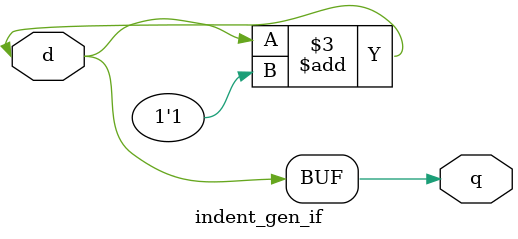
<source format=v>
module indent_gen_if #(parameter P = 0)
   (input d, output reg q);
   
   generate
      if (P == 0) begin
         always @(*)
           q = d;
      end
      
      if (P == 1) begin
         always @(*) begin
            q = d;
         end
      end
      
      if (P == 1) begin
         always @(*)
           q = d;
      end
      else begin
         always @(*)
           q = d + 1'b1;
      end
   endgenerate
   
endmodule

</source>
